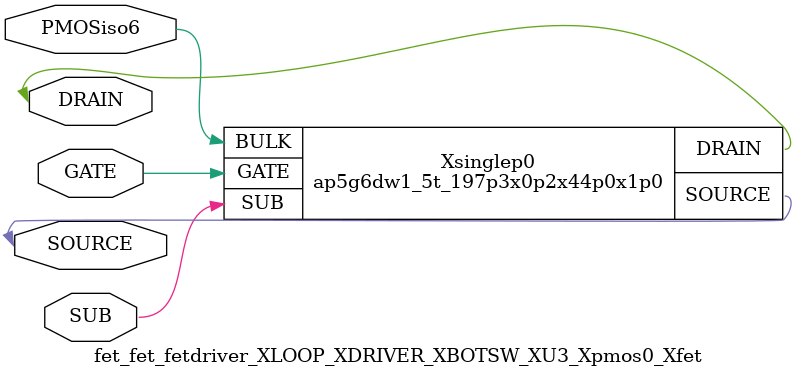
<source format=v>

module ap5g6dw1_5t_197p3x0p2x44p0x1p0 (DRAIN,GATE,SOURCE,BULK,SUB);
  input GATE;
  input BULK;
  input SUB;
  inout SOURCE;
  inout DRAIN;
endmodule

//Celera Confidential Do Not Copy fet_fet_fetdriver_XLOOP_XDRIVER_XBOTSW_XU3_Xpmos0_Xfet
//Celera Confidential Symbol Generator
//power PMOS:Ron:2.000 Ohm
//Vgs 6V Vds 6V
//Kelvin:no

module fet_fet_fetdriver_XLOOP_XDRIVER_XBOTSW_XU3_Xpmos0_Xfet (GATE,SOURCE,DRAIN,PMOSiso6,SUB);
input GATE;
inout SOURCE;
inout DRAIN;
input SUB;
input PMOSiso6;

//Celera Confidential Do Not Copy ap5g6dw1_5t_197p3x0p2x44p0x1p0
ap5g6dw1_5t_197p3x0p2x44p0x1p0 Xsinglep0(
.DRAIN (DRAIN),
.GATE (GATE),
.SOURCE (SOURCE),
.BULK (PMOSiso6),
.SUB (SUB)
);
//,diesize,ap5g6dw1_5t_197p3x0p2x44p0x1p0

//Celera Confidential Do Not Copy Module End
//Celera Schematic Generator
endmodule

</source>
